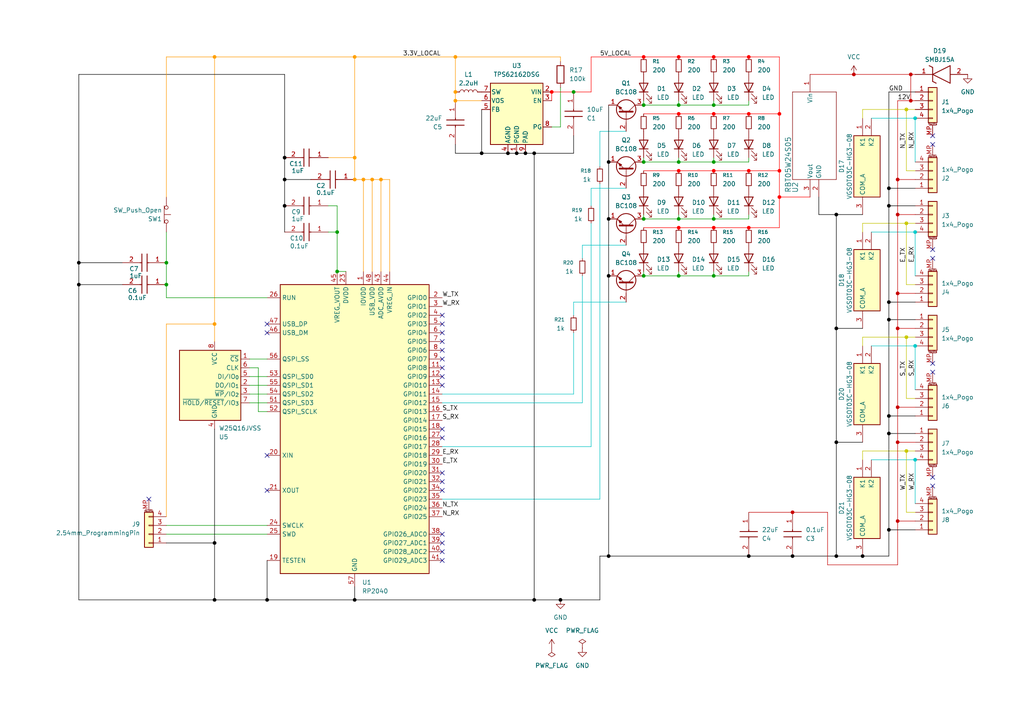
<source format=kicad_sch>
(kicad_sch (version 20250114) (generator "eeschema") (generator_version "9.0")
  (paper "A4")
  (title_block (date "2025-11-03") (rev "v0.0.1"))
  (junction (at 160.02 26.67) (color 255 0 0 1))
  (junction (at 260.35 85.09) (color 194 0 0 1))
  (junction (at 186.69 30.48))
  (junction (at 262.89 97.79) (color 194 194 0 1))
  (junction (at 102.87 52.07) (color 255 153 0 1))
  (junction (at 62.23 173.99) (color 0 0 0 1))
  (junction (at 132.08 16.51) (color 255 153 0 1))
  (junction (at 132.08 29.21) (color 255 153 0 1))
  (junction (at 262.89 64.77) (color 194 194 0 1))
  (junction (at 229.87 161.29) (color 0 0 0 1))
  (junction (at 162.56 173.99) (color 0 0 0 1))
  (junction (at 217.17 49.53) (color 255 0 0 1))
  (junction (at 207.01 16.51) (color 255 0 0 1))
  (junction (at 166.37 26.67))
  (junction (at 176.53 161.29) (color 0 0 0 1))
  (junction (at 207.01 66.04) (color 255 0 0 1))
  (junction (at 265.43 100.33) (color 0 194 194 1))
  (junction (at 154.94 44.45) (color 0 0 0 1))
  (junction (at 48.26 82.55))
  (junction (at 242.57 128.27) (color 0 0 0 1))
  (junction (at 217.17 66.04) (color 255 0 0 1))
  (junction (at 257.81 59.69) (color 0 0 0 1))
  (junction (at 207.01 63.5))
  (junction (at 217.17 16.51) (color 255 0 0 1))
  (junction (at 82.55 59.69) (color 0 0 0 1))
  (junction (at 147.32 44.45) (color 0 0 0 1))
  (junction (at 257.81 92.71) (color 0 0 0 1))
  (junction (at 260.35 128.27) (color 194 0 0 1))
  (junction (at 82.55 52.07) (color 0 0 0 1))
  (junction (at 22.86 76.2) (color 0 0 0 1))
  (junction (at 250.19 161.29) (color 0 0 0 1))
  (junction (at 207.01 33.02) (color 255 0 0 1))
  (junction (at 196.85 66.04) (color 255 0 0 1))
  (junction (at 260.35 52.07) (color 194 0 0 1))
  (junction (at 217.17 161.29) (color 0 0 0 1))
  (junction (at 82.55 45.72) (color 0 0 0 1))
  (junction (at 260.35 62.23) (color 194 0 0 1))
  (junction (at 265.43 133.35) (color 0 194 194 1))
  (junction (at 186.69 16.51) (color 255 0 0 1))
  (junction (at 196.85 16.51) (color 255 0 0 1))
  (junction (at 260.35 151.13) (color 194 0 0 1))
  (junction (at 107.95 52.07) (color 255 153 0 1))
  (junction (at 62.23 16.51) (color 255 153 0 1))
  (junction (at 242.57 62.23) (color 0 0 0 1))
  (junction (at 176.53 63.5) (color 0 0 0 1))
  (junction (at 176.53 46.99) (color 0 0 0 1))
  (junction (at 260.35 118.11) (color 194 0 0 1))
  (junction (at 132.08 26.67) (color 255 153 0 1))
  (junction (at 257.81 125.73) (color 0 0 0 1))
  (junction (at 257.81 87.63) (color 0 0 0 1))
  (junction (at 62.23 93.98) (color 255 153 0 1))
  (junction (at 196.85 80.01))
  (junction (at 262.89 31.75) (color 194 194 0 1))
  (junction (at 207.01 46.99))
  (junction (at 247.65 21.59) (color 194 0 0 1))
  (junction (at 186.69 63.5))
  (junction (at 265.43 67.31) (color 0 194 194 1))
  (junction (at 196.85 46.99))
  (junction (at 207.01 80.01))
  (junction (at 229.87 148.59) (color 194 0 0 1))
  (junction (at 265.43 34.29) (color 0 194 194 1))
  (junction (at 77.47 173.99) (color 0 0 0 1))
  (junction (at 242.57 161.29) (color 0 0 0 1))
  (junction (at 226.06 57.15) (color 255 0 0 1))
  (junction (at 176.53 80.01) (color 0 0 0 1))
  (junction (at 154.94 173.99) (color 0 0 0 1))
  (junction (at 207.01 30.48))
  (junction (at 242.57 95.25) (color 0 0 0 1))
  (junction (at 102.87 16.51) (color 255 153 0 1))
  (junction (at 262.89 130.81) (color 194 194 0 1))
  (junction (at 105.41 52.07) (color 255 153 0 1))
  (junction (at 102.87 45.72) (color 255 153 0 1))
  (junction (at 264.16 21.59) (color 194 0 0 1))
  (junction (at 196.85 49.53) (color 255 0 0 1))
  (junction (at 102.87 173.99) (color 0 0 0 1))
  (junction (at 186.69 46.99))
  (junction (at 257.81 54.61) (color 0 0 0 1))
  (junction (at 257.81 153.67) (color 0 0 0 1))
  (junction (at 226.06 33.02) (color 255 0 0 1))
  (junction (at 257.81 120.65) (color 0 0 0 1))
  (junction (at 196.85 30.48))
  (junction (at 97.79 78.74))
  (junction (at 186.69 80.01))
  (junction (at 97.79 67.31))
  (junction (at 48.26 76.2))
  (junction (at 196.85 33.02) (color 255 0 0 1))
  (junction (at 152.4 44.45) (color 0 0 0 1))
  (junction (at 110.49 52.07) (color 255 153 0 1))
  (junction (at 226.06 49.53) (color 255 0 0 1))
  (junction (at 196.85 63.5))
  (junction (at 139.7 44.45) (color 0 0 0 1))
  (junction (at 264.16 29.21) (color 194 0 0 1))
  (junction (at 149.86 44.45) (color 0 0 0 1))
  (junction (at 22.86 82.55) (color 0 0 0 1))
  (junction (at 207.01 49.53) (color 255 0 0 1))
  (junction (at 62.23 157.48) (color 0 0 0 1))
  (junction (at 260.35 95.25) (color 194 0 0 1))
  (junction (at 217.17 33.02) (color 255 0 0 1))
  (no_connect (at 128.27 109.22))
  (no_connect (at 77.47 142.24))
  (no_connect (at 128.27 93.98))
  (no_connect (at 77.47 132.08))
  (no_connect (at 270.51 107.95))
  (no_connect (at 128.27 139.7))
  (no_connect (at 128.27 99.06))
  (no_connect (at 128.27 101.6))
  (no_connect (at 128.27 111.76))
  (no_connect (at 128.27 154.94))
  (no_connect (at 128.27 137.16))
  (no_connect (at 270.51 72.39))
  (no_connect (at 128.27 96.52))
  (no_connect (at 128.27 127))
  (no_connect (at 128.27 162.56))
  (no_connect (at 128.27 124.46))
  (no_connect (at 128.27 91.44))
  (no_connect (at 270.51 105.41))
  (no_connect (at 43.18 144.78))
  (no_connect (at 128.27 160.02))
  (no_connect (at 270.51 138.43))
  (no_connect (at 77.47 96.52))
  (no_connect (at 270.51 41.91))
  (no_connect (at 270.51 74.93))
  (no_connect (at 270.51 39.37))
  (no_connect (at 77.47 93.98))
  (no_connect (at 128.27 142.24))
  (no_connect (at 128.27 106.68))
  (no_connect (at 270.51 140.97))
  (no_connect (at 128.27 157.48))
  (no_connect (at 128.27 104.14))
  (wire (pts (xy 102.87 16.51) (xy 132.08 16.51)) (stroke (width 0) (color 255 153 0 1)))
  (wire (pts (xy 107.95 52.07) (xy 110.49 52.07)) (stroke (width 0) (color 255 153 0 1)))
  (wire (pts (xy 250.19 31.75) (xy 262.89 31.75)) (stroke (width 0) (color 194 194 0 1)))
  (wire (pts (xy 48.26 149.86) (xy 48.26 93.98)) (stroke (width 0) (color 255 153 0 1)))
  (wire (pts (xy 171.45 64.77) (xy 171.45 129.54)) (stroke (width 0) (color 0 194 194 1)))
  (wire (pts (xy 90.17 52.07) (xy 82.55 52.07)) (stroke (width 0) (color 0 0 0 1)))
  (wire (pts (xy 217.17 63.5) (xy 217.17 62.23)))
  (wire (pts (xy 264.16 21.59) (xy 265.43 21.59)) (stroke (width 0) (color 194 0 0 1)))
  (wire (pts (xy 262.89 49.53) (xy 265.43 49.53)) (stroke (width 0) (color 194 194 0 1)))
  (wire (pts (xy 196.85 46.99) (xy 207.01 46.99)))
  (wire (pts (xy 260.35 85.09) (xy 260.35 95.25)) (stroke (width 0) (color 194 0 0 1)))
  (wire (pts (xy 257.81 92.71) (xy 265.43 92.71)) (stroke (width 0) (color 0 0 0 1)))
  (wire (pts (xy 262.89 130.81) (xy 262.89 148.59)) (stroke (width 0) (color 194 194 0 1)))
  (wire (pts (xy 257.81 87.63) (xy 257.81 92.71)) (stroke (width 0) (color 0 0 0 1)))
  (wire (pts (xy 72.39 104.14) (xy 77.47 104.14)))
  (wire (pts (xy 72.39 116.84) (xy 77.47 116.84)))
  (wire (pts (xy 166.37 39.37) (xy 166.37 44.45)) (stroke (width 0) (color 0 0 0 1)))
  (wire (pts (xy 48.26 93.98) (xy 62.23 93.98)) (stroke (width 0) (color 255 153 0 1)))
  (wire (pts (xy 226.06 49.53) (xy 226.06 57.15)) (stroke (width 0) (color 255 0 0 1)))
  (wire (pts (xy 48.26 82.55) (xy 48.26 86.36)))
  (wire (pts (xy 217.17 49.53) (xy 226.06 49.53)) (stroke (width 0) (color 255 0 0 1)))
  (wire (pts (xy 48.26 76.2) (xy 48.26 82.55)))
  (wire (pts (xy 217.17 80.01) (xy 217.17 78.74)))
  (wire (pts (xy 113.03 52.07) (xy 113.03 78.74)) (stroke (width 0) (color 255 153 0 1)))
  (wire (pts (xy 260.35 85.09) (xy 265.43 85.09)) (stroke (width 0) (color 194 0 0 1)))
  (wire (pts (xy 257.81 120.65) (xy 265.43 120.65)) (stroke (width 0) (color 0 0 0 1)))
  (wire (pts (xy 217.17 66.04) (xy 226.06 66.04)) (stroke (width 0) (color 255 0 0 1)))
  (wire (pts (xy 102.87 45.72) (xy 102.87 52.07)) (stroke (width 0) (color 255 153 0 1)))
  (wire (pts (xy 62.23 93.98) (xy 62.23 99.06)) (stroke (width 0) (color 255 153 0 1)))
  (wire (pts (xy 242.57 161.29) (xy 250.19 161.29)) (stroke (width 0) (color 0 0 0 1)))
  (wire (pts (xy 207.01 29.21) (xy 207.01 30.48)))
  (wire (pts (xy 217.17 161.29) (xy 229.87 161.29)) (stroke (width 0) (color 0 0 0 1)))
  (wire (pts (xy 260.35 118.11) (xy 260.35 128.27)) (stroke (width 0) (color 194 0 0 1)))
  (wire (pts (xy 229.87 161.29) (xy 242.57 161.29)) (stroke (width 0) (color 0 0 0 1)))
  (wire (pts (xy 168.91 71.12) (xy 168.91 74.93)) (stroke (width 0) (color 0 194 194 1)))
  (wire (pts (xy 196.85 29.21) (xy 196.85 30.48)))
  (wire (pts (xy 166.37 87.63) (xy 166.37 91.44)) (stroke (width 0) (color 0 194 194 1)))
  (wire (pts (xy 132.08 44.45) (xy 139.7 44.45)) (stroke (width 0) (color 0 0 0 1)))
  (wire (pts (xy 196.85 66.04) (xy 207.01 66.04)) (stroke (width 0) (color 255 0 0 1)))
  (wire (pts (xy 22.86 82.55) (xy 35.56 82.55)) (stroke (width 0) (color 0 0 0 1)))
  (wire (pts (xy 234.95 21.59) (xy 247.65 21.59)) (stroke (width 0) (color 194 0 0 1)))
  (wire (pts (xy 260.35 118.11) (xy 265.43 118.11)) (stroke (width 0) (color 194 0 0 1)))
  (wire (pts (xy 74.93 106.68) (xy 74.93 119.38)))
  (wire (pts (xy 97.79 67.31) (xy 97.79 78.74)))
  (wire (pts (xy 48.26 67.31) (xy 48.26 76.2)))
  (wire (pts (xy 265.43 34.29) (xy 265.43 46.99)) (stroke (width 0) (color 0 194 194 1)))
  (wire (pts (xy 207.01 46.99) (xy 217.17 46.99)))
  (wire (pts (xy 173.99 38.1) (xy 173.99 48.26)) (stroke (width 0) (color 0 194 194 1)))
  (wire (pts (xy 128.27 114.3) (xy 166.37 114.3)) (stroke (width 0) (color 0 194 194 1)))
  (wire (pts (xy 207.01 62.23) (xy 207.01 63.5)))
  (wire (pts (xy 97.79 78.74) (xy 100.33 78.74)))
  (wire (pts (xy 257.81 59.69) (xy 265.43 59.69)) (stroke (width 0) (color 0 0 0 1)))
  (wire (pts (xy 95.25 45.72) (xy 102.87 45.72)) (stroke (width 0) (color 255 153 0 1)))
  (wire (pts (xy 262.89 130.81) (xy 265.43 130.81)) (stroke (width 0) (color 194 194 0 1)))
  (wire (pts (xy 260.35 163.83) (xy 260.35 151.13)) (stroke (width 0) (color 194 0 0 1)))
  (wire (pts (xy 217.17 16.51) (xy 226.06 16.51)) (stroke (width 0) (color 255 0 0 1)))
  (wire (pts (xy 265.43 97.79) (xy 262.89 97.79)) (stroke (width 0) (color 194 194 0 1)))
  (wire (pts (xy 48.26 154.94) (xy 77.47 154.94)))
  (wire (pts (xy 260.35 62.23) (xy 260.35 85.09)) (stroke (width 0) (color 194 0 0 1)))
  (wire (pts (xy 257.81 26.67) (xy 257.81 54.61)) (stroke (width 0) (color 0 0 0 1)))
  (wire (pts (xy 171.45 16.51) (xy 171.45 26.67)) (stroke (width 0) (color 255 0 0 1)))
  (wire (pts (xy 22.86 173.99) (xy 22.86 82.55)) (stroke (width 0) (color 0 0 0 1)))
  (wire (pts (xy 250.19 133.35) (xy 250.19 130.81)) (stroke (width 0) (color 194 194 0 1)))
  (wire (pts (xy 265.43 31.75) (xy 262.89 31.75)) (stroke (width 0) (color 194 194 0 1)))
  (wire (pts (xy 226.06 16.51) (xy 226.06 33.02)) (stroke (width 0) (color 255 0 0 1)))
  (wire (pts (xy 265.43 100.33) (xy 265.43 113.03)) (stroke (width 0) (color 0 194 194 1)))
  (wire (pts (xy 173.99 161.29) (xy 176.53 161.29)) (stroke (width 0) (color 0 0 0 1)))
  (wire (pts (xy 217.17 30.48) (xy 217.17 29.21)))
  (wire (pts (xy 162.56 36.83) (xy 160.02 36.83)))
  (wire (pts (xy 217.17 46.99) (xy 217.17 45.72)))
  (wire (pts (xy 257.81 92.71) (xy 257.81 120.65)) (stroke (width 0) (color 0 0 0 1)))
  (wire (pts (xy 237.49 57.15) (xy 237.49 62.23)) (stroke (width 0) (color 0 0 0 1)))
  (wire (pts (xy 132.08 29.21) (xy 139.7 29.21)) (stroke (width 0) (color 255 153 0 1)))
  (wire (pts (xy 107.95 52.07) (xy 107.95 78.74)) (stroke (width 0) (color 255 153 0 1)))
  (wire (pts (xy 166.37 26.67) (xy 171.45 26.67)) (stroke (width 0) (color 255 0 0 1)))
  (wire (pts (xy 257.81 59.69) (xy 257.81 87.63)) (stroke (width 0) (color 0 0 0 1)))
  (wire (pts (xy 62.23 173.99) (xy 77.47 173.99)) (stroke (width 0) (color 0 0 0 1)))
  (wire (pts (xy 173.99 173.99) (xy 173.99 161.29)) (stroke (width 0) (color 0 0 0 1)))
  (wire (pts (xy 257.81 125.73) (xy 257.81 153.67)) (stroke (width 0) (color 0 0 0 1)))
  (wire (pts (xy 250.19 161.29) (xy 257.81 161.29)) (stroke (width 0) (color 0 0 0 1)))
  (wire (pts (xy 62.23 157.48) (xy 62.23 173.99)) (stroke (width 0) (color 0 0 0 1)))
  (wire (pts (xy 262.89 148.59) (xy 265.43 148.59)) (stroke (width 0) (color 194 194 0 1)))
  (wire (pts (xy 265.43 29.21) (xy 264.16 29.21)) (stroke (width 0) (color 194 0 0 1)))
  (wire (pts (xy 242.57 128.27) (xy 250.19 128.27)) (stroke (width 0) (color 0 0 0 1)))
  (wire (pts (xy 176.53 46.99) (xy 176.53 63.5)) (stroke (width 0) (color 0 0 0 1)))
  (wire (pts (xy 196.85 49.53) (xy 207.01 49.53)) (stroke (width 0) (color 255 0 0 1)))
  (wire (pts (xy 82.55 45.72) (xy 82.55 52.07)) (stroke (width 0) (color 0 0 0 1)))
  (wire (pts (xy 265.43 133.35) (xy 265.43 146.05)) (stroke (width 0) (color 0 194 194 1)))
  (wire (pts (xy 176.53 63.5) (xy 176.53 80.01)) (stroke (width 0) (color 0 0 0 1)))
  (wire (pts (xy 176.53 30.48) (xy 176.53 46.99)) (stroke (width 0) (color 0 0 0 1)))
  (wire (pts (xy 257.81 87.63) (xy 265.43 87.63)) (stroke (width 0) (color 0 0 0 1)))
  (wire (pts (xy 128.27 116.84) (xy 168.91 116.84)) (stroke (width 0) (color 0 194 194 1)))
  (wire (pts (xy 22.86 76.2) (xy 22.86 21.59)) (stroke (width 0) (color 0 0 0 1)))
  (wire (pts (xy 48.26 86.36) (xy 77.47 86.36)))
  (wire (pts (xy 95.25 59.69) (xy 97.79 59.69)))
  (wire (pts (xy 217.17 33.02) (xy 226.06 33.02)) (stroke (width 0) (color 255 0 0 1)))
  (wire (pts (xy 171.45 16.51) (xy 186.69 16.51)) (stroke (width 0) (color 255 0 0 1)))
  (wire (pts (xy 207.01 16.51) (xy 217.17 16.51)) (stroke (width 0) (color 255 0 0 1)))
  (wire (pts (xy 186.69 46.99) (xy 196.85 46.99)))
  (wire (pts (xy 250.19 97.79) (xy 262.89 97.79)) (stroke (width 0) (color 194 194 0 1)))
  (wire (pts (xy 186.69 49.53) (xy 196.85 49.53)) (stroke (width 0) (color 255 0 0 1)))
  (wire (pts (xy 186.69 45.72) (xy 186.69 46.99)))
  (wire (pts (xy 62.23 124.46) (xy 62.23 157.48)) (stroke (width 0) (color 0 0 0 1)))
  (wire (pts (xy 139.7 44.45) (xy 147.32 44.45)) (stroke (width 0) (color 0 0 0 1)))
  (wire (pts (xy 149.86 44.45) (xy 152.4 44.45)) (stroke (width 0) (color 0 0 0 1)))
  (wire (pts (xy 95.25 67.31) (xy 97.79 67.31)))
  (wire (pts (xy 22.86 76.2) (xy 35.56 76.2)) (stroke (width 0) (color 0 0 0 1)))
  (wire (pts (xy 139.7 31.75) (xy 139.7 44.45)) (stroke (width 0) (color 0 0 0 1)))
  (wire (pts (xy 264.16 21.59) (xy 264.16 29.21)) (stroke (width 0) (color 194 0 0 1)))
  (wire (pts (xy 110.49 52.07) (xy 113.03 52.07)) (stroke (width 0) (color 255 153 0 1)))
  (wire (pts (xy 162.56 16.51) (xy 162.56 17.78)) (stroke (width 0) (color 255 153 0 1)))
  (wire (pts (xy 252.73 67.31) (xy 265.43 67.31)) (stroke (width 0) (color 0 194 194 1)))
  (wire (pts (xy 207.01 63.5) (xy 217.17 63.5)))
  (wire (pts (xy 166.37 87.63) (xy 181.61 87.63)) (stroke (width 0) (color 0 194 194 1)))
  (wire (pts (xy 82.55 59.69) (xy 82.55 52.07)) (stroke (width 0) (color 0 0 0 1)))
  (wire (pts (xy 262.89 97.79) (xy 262.89 115.57)) (stroke (width 0) (color 194 194 0 1)))
  (wire (pts (xy 186.69 30.48) (xy 196.85 30.48)))
  (wire (pts (xy 166.37 96.52) (xy 166.37 114.3)) (stroke (width 0) (color 0 194 194 1)))
  (wire (pts (xy 196.85 16.51) (xy 207.01 16.51)) (stroke (width 0) (color 255 0 0 1)))
  (wire (pts (xy 176.53 80.01) (xy 176.53 161.29)) (stroke (width 0) (color 0 0 0 1)))
  (wire (pts (xy 196.85 30.48) (xy 207.01 30.48)))
  (wire (pts (xy 250.19 34.29) (xy 250.19 31.75)) (stroke (width 0) (color 194 194 0 1)))
  (wire (pts (xy 260.35 95.25) (xy 265.43 95.25)) (stroke (width 0) (color 194 0 0 1)))
  (wire (pts (xy 186.69 29.21) (xy 186.69 30.48)))
  (wire (pts (xy 262.89 64.77) (xy 262.89 82.55)) (stroke (width 0) (color 194 194 0 1)))
  (wire (pts (xy 186.69 66.04) (xy 196.85 66.04)) (stroke (width 0) (color 255 0 0 1)))
  (wire (pts (xy 154.94 44.45) (xy 166.37 44.45)) (stroke (width 0) (color 0 0 0 1)))
  (wire (pts (xy 257.81 54.61) (xy 265.43 54.61)) (stroke (width 0) (color 0 0 0 1)))
  (wire (pts (xy 72.39 114.3) (xy 77.47 114.3)))
  (wire (pts (xy 132.08 29.21) (xy 132.08 26.67)) (stroke (width 0) (color 255 153 0 1)))
  (wire (pts (xy 260.35 128.27) (xy 260.35 151.13)) (stroke (width 0) (color 194 0 0 1)))
  (wire (pts (xy 260.35 128.27) (xy 265.43 128.27)) (stroke (width 0) (color 194 0 0 1)))
  (wire (pts (xy 196.85 78.74) (xy 196.85 80.01)))
  (wire (pts (xy 226.06 57.15) (xy 226.06 66.04)) (stroke (width 0) (color 255 0 0 1)))
  (wire (pts (xy 207.01 33.02) (xy 217.17 33.02)) (stroke (width 0) (color 255 0 0 1)))
  (wire (pts (xy 260.35 52.07) (xy 260.35 62.23)) (stroke (width 0) (color 194 0 0 1)))
  (wire (pts (xy 257.81 120.65) (xy 257.81 125.73)) (stroke (width 0) (color 0 0 0 1)))
  (wire (pts (xy 247.65 21.59) (xy 264.16 21.59)) (stroke (width 0) (color 194 0 0 1)))
  (wire (pts (xy 72.39 111.76) (xy 77.47 111.76)))
  (wire (pts (xy 176.53 161.29) (xy 217.17 161.29)) (stroke (width 0) (color 0 0 0 1)))
  (wire (pts (xy 48.26 16.51) (xy 62.23 16.51)) (stroke (width 0) (color 255 153 0 1)))
  (wire (pts (xy 207.01 30.48) (xy 217.17 30.48)))
  (wire (pts (xy 207.01 49.53) (xy 217.17 49.53)) (stroke (width 0) (color 255 0 0 1)))
  (wire (pts (xy 48.26 152.4) (xy 77.47 152.4)))
  (wire (pts (xy 207.01 80.01) (xy 217.17 80.01)))
  (wire (pts (xy 242.57 62.23) (xy 250.19 62.23)) (stroke (width 0) (color 0 0 0 1)))
  (wire (pts (xy 186.69 78.74) (xy 186.69 80.01)))
  (wire (pts (xy 110.49 52.07) (xy 110.49 78.74)) (stroke (width 0) (color 255 153 0 1)))
  (wire (pts (xy 186.69 33.02) (xy 196.85 33.02)) (stroke (width 0) (color 255 0 0 1)))
  (wire (pts (xy 105.41 52.07) (xy 107.95 52.07)) (stroke (width 0) (color 255 153 0 1)))
  (wire (pts (xy 154.94 173.99) (xy 162.56 173.99)) (stroke (width 0) (color 0 0 0 1)))
  (wire (pts (xy 128.27 129.54) (xy 171.45 129.54)) (stroke (width 0) (color 0 194 194 1)))
  (wire (pts (xy 265.43 64.77) (xy 262.89 64.77)) (stroke (width 0) (color 194 194 0 1)))
  (wire (pts (xy 196.85 45.72) (xy 196.85 46.99)))
  (wire (pts (xy 72.39 109.22) (xy 77.47 109.22)))
  (wire (pts (xy 102.87 173.99) (xy 154.94 173.99)) (stroke (width 0) (color 0 0 0 1)))
  (wire (pts (xy 242.57 95.25) (xy 242.57 128.27)) (stroke (width 0) (color 0 0 0 1)))
  (wire (pts (xy 154.94 44.45) (xy 154.94 173.99)) (stroke (width 0) (color 0 0 0 1)))
  (wire (pts (xy 82.55 59.69) (xy 82.55 67.31)) (stroke (width 0) (color 0 0 0 1)))
  (wire (pts (xy 260.35 95.25) (xy 260.35 118.11)) (stroke (width 0) (color 194 0 0 1)))
  (wire (pts (xy 186.69 16.51) (xy 196.85 16.51)) (stroke (width 0) (color 255 0 0 1)))
  (wire (pts (xy 262.89 115.57) (xy 265.43 115.57)) (stroke (width 0) (color 194 194 0 1)))
  (wire (pts (xy 62.23 16.51) (xy 102.87 16.51)) (stroke (width 0) (color 255 153 0 1)))
  (wire (pts (xy 132.08 16.51) (xy 132.08 26.67)) (stroke (width 0) (color 255 153 0 1)))
  (wire (pts (xy 97.79 67.31) (xy 97.79 59.69)))
  (wire (pts (xy 262.89 31.75) (xy 262.89 49.53)) (stroke (width 0) (color 194 194 0 1)))
  (wire (pts (xy 260.35 151.13) (xy 265.43 151.13)) (stroke (width 0) (color 194 0 0 1)))
  (wire (pts (xy 252.73 34.29) (xy 265.43 34.29)) (stroke (width 0) (color 0 194 194 1)))
  (wire (pts (xy 160.02 26.67) (xy 160.02 29.21)) (stroke (width 0) (color 255 0 0 1)))
  (wire (pts (xy 260.35 52.07) (xy 265.43 52.07)) (stroke (width 0) (color 194 0 0 1)))
  (wire (pts (xy 257.81 125.73) (xy 265.43 125.73)) (stroke (width 0) (color 0 0 0 1)))
  (wire (pts (xy 196.85 33.02) (xy 207.01 33.02)) (stroke (width 0) (color 255 0 0 1)))
  (wire (pts (xy 250.19 100.33) (xy 250.19 97.79)) (stroke (width 0) (color 194 194 0 1)))
  (wire (pts (xy 152.4 44.45) (xy 154.94 44.45)) (stroke (width 0) (color 0 0 0 1)))
  (wire (pts (xy 132.08 16.51) (xy 162.56 16.51)) (stroke (width 0) (color 255 153 0 1)))
  (wire (pts (xy 252.73 133.35) (xy 265.43 133.35)) (stroke (width 0) (color 0 194 194 1)))
  (wire (pts (xy 240.03 163.83) (xy 260.35 163.83)) (stroke (width 0) (color 194 0 0 1)))
  (wire (pts (xy 250.19 130.81) (xy 262.89 130.81)) (stroke (width 0) (color 194 194 0 1)))
  (wire (pts (xy 250.19 64.77) (xy 262.89 64.77)) (stroke (width 0) (color 194 194 0 1)))
  (wire (pts (xy 257.81 54.61) (xy 257.81 59.69)) (stroke (width 0) (color 0 0 0 1)))
  (wire (pts (xy 262.89 82.55) (xy 265.43 82.55)) (stroke (width 0) (color 194 194 0 1)))
  (wire (pts (xy 250.19 67.31) (xy 250.19 64.77)) (stroke (width 0) (color 194 194 0 1)))
  (wire (pts (xy 265.43 67.31) (xy 265.43 80.01)) (stroke (width 0) (color 0 194 194 1)))
  (wire (pts (xy 132.08 41.91) (xy 132.08 44.45)) (stroke (width 0) (color 0 0 0 1)))
  (wire (pts (xy 252.73 100.33) (xy 265.43 100.33)) (stroke (width 0) (color 0 194 194 1)))
  (wire (pts (xy 186.69 80.01) (xy 196.85 80.01)))
  (wire (pts (xy 74.93 119.38) (xy 77.47 119.38)))
  (wire (pts (xy 229.87 148.59) (xy 240.03 148.59)) (stroke (width 0) (color 194 0 0 1)))
  (wire (pts (xy 168.91 80.01) (xy 168.91 116.84)) (stroke (width 0) (color 0 194 194 1)))
  (wire (pts (xy 173.99 144.78) (xy 128.27 144.78)) (stroke (width 0) (color 0 194 194 1)))
  (wire (pts (xy 260.35 62.23) (xy 265.43 62.23)) (stroke (width 0) (color 194 0 0 1)))
  (wire (pts (xy 207.01 78.74) (xy 207.01 80.01)))
  (wire (pts (xy 102.87 52.07) (xy 105.41 52.07)) (stroke (width 0) (color 255 153 0 1)))
  (wire (pts (xy 207.01 45.72) (xy 207.01 46.99)))
  (wire (pts (xy 186.69 63.5) (xy 196.85 63.5)))
  (wire (pts (xy 226.06 57.15) (xy 234.95 57.15)) (stroke (width 0) (color 255 0 0 1)))
  (wire (pts (xy 196.85 80.01) (xy 207.01 80.01)))
  (wire (pts (xy 264.16 29.21) (xy 260.35 29.21)) (stroke (width 0) (color 194 0 0 1)))
  (wire (pts (xy 237.49 62.23) (xy 242.57 62.23)) (stroke (width 0) (color 0 0 0 1)))
  (wire (pts (xy 171.45 54.61) (xy 181.61 54.61)) (stroke (width 0) (color 0 194 194 1)))
  (wire (pts (xy 102.87 170.18) (xy 102.87 173.99)) (stroke (width 0) (color 0 0 0 1)))
  (wire (pts (xy 240.03 163.83) (xy 240.03 148.59)) (stroke (width 0) (color 194 0 0 1)))
  (wire (pts (xy 22.86 21.59) (xy 82.55 21.59)) (stroke (width 0) (color 0 0 0 1)))
  (wire (pts (xy 257.81 26.67) (xy 265.43 26.67)) (stroke (width 0) (color 0 0 0 1)))
  (wire (pts (xy 257.81 153.67) (xy 265.43 153.67)) (stroke (width 0) (color 0 0 0 1)))
  (wire (pts (xy 48.26 16.51) (xy 48.26 57.15)) (stroke (width 0) (color 255 153 0 1)))
  (wire (pts (xy 207.01 66.04) (xy 217.17 66.04)) (stroke (width 0) (color 255 0 0 1)))
  (wire (pts (xy 162.56 173.99) (xy 173.99 173.99)) (stroke (width 0) (color 0 0 0 1)))
  (wire (pts (xy 226.06 33.02) (xy 226.06 49.53)) (stroke (width 0) (color 255 0 0 1)))
  (wire (pts (xy 82.55 21.59) (xy 82.55 45.72)) (stroke (width 0) (color 0 0 0 1)))
  (wire (pts (xy 168.91 71.12) (xy 181.61 71.12)) (stroke (width 0) (color 0 194 194 1)))
  (wire (pts (xy 242.57 62.23) (xy 242.57 95.25)) (stroke (width 0) (color 0 0 0 1)))
  (wire (pts (xy 22.86 82.55) (xy 22.86 76.2)) (stroke (width 0) (color 0 0 0 1)))
  (wire (pts (xy 62.23 16.51) (xy 62.23 93.98)) (stroke (width 0) (color 255 153 0 1)))
  (wire (pts (xy 160.02 26.67) (xy 166.37 26.67)) (stroke (width 0) (color 255 0 0 1)))
  (wire (pts (xy 196.85 63.5) (xy 207.01 63.5)))
  (wire (pts (xy 171.45 59.69) (xy 171.45 54.61)) (stroke (width 0) (color 0 194 194 1)))
  (wire (pts (xy 72.39 106.68) (xy 74.93 106.68)))
  (wire (pts (xy 242.57 128.27) (xy 242.57 161.29)) (stroke (width 0) (color 0 0 0 1)))
  (wire (pts (xy 217.17 148.59) (xy 229.87 148.59)) (stroke (width 0) (color 194 0 0 1)))
  (wire (pts (xy 162.56 25.4) (xy 162.56 36.83)))
  (wire (pts (xy 77.47 162.56) (xy 77.47 173.99)) (stroke (width 0) (color 0 0 0 1)))
  (wire (pts (xy 147.32 44.45) (xy 149.86 44.45)) (stroke (width 0) (color 0 0 0 1)))
  (wire (pts (xy 22.86 173.99) (xy 62.23 173.99)) (stroke (width 0) (color 0 0 0 1)))
  (wire (pts (xy 105.41 52.07) (xy 105.41 78.74)) (stroke (width 0) (color 255 153 0 1)))
  (wire (pts (xy 257.81 161.29) (xy 257.81 153.67)) (stroke (width 0) (color 0 0 0 1)))
  (wire (pts (xy 173.99 38.1) (xy 181.61 38.1)) (stroke (width 0) (color 0 194 194 1)))
  (wire (pts (xy 77.47 173.99) (xy 102.87 173.99)) (stroke (width 0) (color 0 0 0 1)))
  (wire (pts (xy 242.57 95.25) (xy 250.19 95.25)) (stroke (width 0) (color 0 0 0 1)))
  (wire (pts (xy 196.85 62.23) (xy 196.85 63.5)))
  (wire (pts (xy 260.35 29.21) (xy 260.35 52.07)) (stroke (width 0) (color 194 0 0 1)))
  (wire (pts (xy 173.99 53.34) (xy 173.99 144.78)) (stroke (width 0) (color 0 194 194 1)))
  (wire (pts (xy 102.87 16.51) (xy 102.87 45.72)) (stroke (width 0) (color 255 153 0 1)))
  (wire (pts (xy 48.26 157.48) (xy 62.23 157.48)) (stroke (width 0) (color 0 0 0 1)))
  (wire (pts (xy 186.69 62.23) (xy 186.69 63.5)))
  (label "N_TX" (at 262.89 43.18 90))
  (label "E_TX" (at 262.89 76.2 90))
  (label "S_TX" (at 128.27 119.38 0))
  (label "N_RX" (at 128.27 149.86 0))
  (label "W_RX" (at 265.43 142.24 90))
  (label "N_TX" (at 128.27 147.32 0))
  (label "5V_LOCAL" (at 173.99 16.51 0))
  (label "E_RX" (at 128.27 132.08 0))
  (label "3.3V_LOCAL" (at 116.84 16.51 0))
  (label "W_TX" (at 128.27 86.36 0))
  (label "12V" (at 260.35 29.21 0))
  (label "W_TX" (at 262.89 142.24 90))
  (label "W_RX" (at 128.27 88.9 0))
  (label "GND" (at 257.81 26.67 0))
  (label "N_RX" (at 265.43 43.18 90))
  (label "E_TX" (at 128.27 134.62 0))
  (label "S_RX" (at 265.43 109.22 90))
  (label "E_RX" (at 265.43 76.2 90))
  (label "S_TX" (at 262.89 109.22 90))
  (label "S_RX" (at 128.27 121.92 0))
  (symbol (lib_id "Device:R_Small") (at 207.01 35.56 0) (unit 1)
    (property "Reference" "R7" (at 209.55 34.2899 0) (effects (font (size 1.016 1.016)) (justify left)))
    (property "Value" "200" (at 209.55 36.8299 0) (effects (justify left)))
    (property "Footprint" "SamacSys_Parts:CRCW1210200RJNEAIF" (effects (hide yes)))
    (property "Description" "Resistor, small symbol" (effects (hide yes)))
  )
  (symbol (lib_id "Connector_Generic_MountingPin:Conn_01x04_MountingPin") (at 43.18 154.94 180) (unit 1)
    (property "Reference" "J9" (at 40.64 152.0443 0) (effects (justify left)))
    (property "Value" "2.54mm_ProgrammingPin" (at 40.64 154.5843 0) (effects (justify left)))
    (property "Footprint" "Connector_PinSocket_2.54mm:PinSocket_1x04_P2.54mm_Vertical" (effects (hide yes)))
    (property "Description" "Generic connectable mounting pin connector, single row, 01x04, script generated (kicad-library-utils/schlib/autogen/connector/)" (effects (hide yes)))
  )
  (symbol (lib_id "Device:LED") (at 207.01 25.4 90) (unit 1)
    (property "Reference" "D3" (at 210.82 25.7174 90) (effects (justify right)))
    (property "Value" "LED" (at 210.82 28.2574 90) (effects (justify right)))
    (property "Footprint" "SamacSys_Parts:LEDC1608X115N" (effects (hide yes)))
    (property "Description" "Light emitting diode" (effects (hide yes)))
    (property "Sim.Pins" "1=K 2=A" (effects (hide yes)))
  )
  (symbol (lib_id "SamacSys_Parts:SMBJ15A") (at 265.43 21.59 0) (unit 1)
    (property "Reference" "D19" (at 272.542 14.732 0))
    (property "Value" "SMBJ15A" (at 272.542 17.272 0))
    (property "Footprint" "SamacSys_Parts:DIOM5436X244N" (effects (hide yes)))
    (property "Datasheet" "http://www.vishay.com/docs/88392/smbj.pdf" (effects (hide yes)))
    (property "Description" "Unidirectional 600W TVS diode,SMBJ15A" (effects (hide yes)))
    (property "Height" "2.44" (effects (hide yes)))
    (property "Manufacturer_Name" "Vishay" (effects (hide yes)))
    (property "Manufacturer_Part_Number" "SMBJ15A" (effects (hide yes)))
    (property "Mouser Part Number" "78-SMBJ15A" (effects (hide yes)))
    (property "Mouser Price/Stock" "https://www.mouser.co.uk/ProductDetail/Vishay-General-Semiconductor/SMBJ15A?qs=%252BA9HMDDz5KavBY56EO7ceQ%3D%3D" (effects (hide yes)))
  )
  (symbol (lib_id "SamacSys_Parts:C0805F104K1RACAUTO") (at 229.87 148.59 90) (mirror x) (unit 1)
    (property "Reference" "C3" (at 233.68 156.2101 90) (effects (justify right)))
    (property "Value" "0.1uF" (at 233.68 153.6701 90) (effects (justify right)))
    (property "Footprint" "SamacSys_Parts:CAPC2012X140N" (effects (hide yes)))
    (property "Datasheet" "https://content.kemet.com/datasheets/KEM_C1014_X7R_FE-CAP_SMD.pdf" (effects (hide yes)))
    (property "Description" "Multilayer Ceramic Capacitors MLCC - SMD/SMT 100V 0.1uF 10% X7R -55 / +125C AEC-Q200" (effects (hide yes)))
    (property "Height" "1.4" (effects (hide yes)))
    (property "Manufacturer_Name" "KEMET" (effects (hide yes)))
    (property "Manufacturer_Part_Number" "C0805F104K1RACAUTO" (effects (hide yes)))
  )
  (symbol (lib_id "SamacSys_Parts:GRM188C81A226ME01D") (at 217.17 148.59 90) (mirror x) (unit 1)
    (property "Reference" "C4" (at 220.98 156.2101 90) (effects (justify right)))
    (property "Value" "22uF" (at 220.98 153.6701 90) (effects (justify right)))
    (property "Footprint" "SamacSys_Parts:GRM18x" (effects (hide yes)))
    (property "Datasheet" "https://search.murata.co.jp/Ceramy/image/img/A01X/G101/ENG/GRM188C81A226ME01-01A.pdf" (effects (hide yes)))
    (property "Description" "MLCC, 0603" (effects (hide yes)))
    (property "Height" "0.9" (effects (hide yes)))
    (property "Manufacturer_Name" "Murata Electronics" (effects (hide yes)))
    (property "Manufacturer_Part_Number" "GRM188C81A226ME01D" (effects (hide yes)))
  )
  (symbol (lib_id "SamacSys_Parts:GRM033D70E105ME15D") (at 95.25 59.69 0) (mirror y) (unit 1)
    (property "Reference" "C9" (at 85.852 61.468 0))
    (property "Value" "1uF" (at 86.36 63.5 0))
    (property "Footprint" "SamacSys_Parts:CAPC0603X33N" (effects (hide yes)))
    (property "Datasheet" "https://search.murata.co.jp/Ceramy/image/img/A01X/G101/ENG/GRM033D70E105ME15-01A.pdf" (effects (hide yes)))
    (property "Description" "Capacitor GRM03_0.09 L=0.6mm W=0.3mm T=0.3mm" (effects (hide yes)))
    (property "Height" "0.33" (effects (hide yes)))
    (property "Manufacturer_Name" "Murata Electronics" (effects (hide yes)))
    (property "Manufacturer_Part_Number" "GRM033D70E105ME15D" (effects (hide yes)))
    (property "Mouser Part Number" "81-GRM033D70E105ME5D" (effects (hide yes)))
    (property "Mouser Price/Stock" "https://www.mouser.co.uk/ProductDetail/Murata-Electronics/GRM033D70E105ME15D?qs=r5DSvlrkXmLLNF3ZiIF79w%3D%3D" (effects (hide yes)))
  )
  (symbol (lib_id "Device:R_Small") (at 173.99 50.8 0) (unit 1)
    (property "Reference" "R18" (at 171.45 49.5299 0) (effects (font (size 1.016 1.016)) (justify right)))
    (property "Value" "1k" (at 171.45 52.0699 0) (effects (justify right)))
    (property "Footprint" "SamacSys_Parts:ERJ-UP6D1001V" (effects (hide yes)))
    (property "Description" "Resistor, small symbol" (effects (hide yes)))
  )
  (symbol (lib_id "power:GND") (at 168.91 187.96 0) (unit 1)
    (property "Reference" "#PWR03" (effects (hide yes)))
    (property "Value" "GND" (at 168.91 193.04 0))
    (property "Description" "Power symbol creates a global label with name \"GND\" , ground" (effects (hide yes)))
  )
  (symbol (lib_id "Device:R_Small") (at 217.17 52.07 0) (unit 1)
    (property "Reference" "R12" (at 219.71 50.7999 0) (effects (font (size 1.016 1.016)) (justify left)))
    (property "Value" "200" (at 219.71 53.3399 0) (effects (justify left)))
    (property "Footprint" "SamacSys_Parts:CRCW1210200RJNEAIF" (effects (hide yes)))
    (property "Description" "Resistor, small symbol" (effects (hide yes)))
  )
  (symbol (lib_id "Device:LED") (at 196.85 25.4 90) (unit 1)
    (property "Reference" "D2" (at 200.66 25.7174 90) (effects (justify right)))
    (property "Value" "LED" (at 200.66 28.2574 90) (effects (justify right)))
    (property "Footprint" "SamacSys_Parts:LEDC1608X115N" (effects (hide yes)))
    (property "Description" "Light emitting diode" (effects (hide yes)))
    (property "Sim.Pins" "1=K 2=A" (effects (hide yes)))
  )
  (symbol (lib_id "Device:R_Small") (at 217.17 19.05 0) (unit 1)
    (property "Reference" "R4" (at 219.71 17.7799 0) (effects (font (size 1.016 1.016)) (justify left)))
    (property "Value" "200" (at 219.71 20.3199 0) (effects (justify left)))
    (property "Footprint" "SamacSys_Parts:CRCW1210200RJNEAIF" (effects (hide yes)))
    (property "Description" "Resistor, small symbol" (effects (hide yes)))
  )
  (symbol (lib_id "Regulator_Switching:TPS62162DSG") (at 149.86 34.29 0) (mirror y) (unit 1)
    (property "Reference" "U3" (at 149.86 19.05 0))
    (property "Value" "TPS62162DSG" (at 149.86 21.59 0))
    (property "Footprint" "Package_SON:WSON-8-1EP_2x2mm_P0.5mm_EP0.9x1.6mm_ThermalVias" (effects (hide yes)))
    (property "Datasheet" "http://www.ti.com/lit/ds/symlink/tps62160.pdf" (effects (hide yes)))
    (property "Description" "1A Step-Down Converter with DCS-Control, fixed 3.3V output, 3-17V input voltage, WSON-8" (effects (hide yes)))
  )
  (symbol (lib_id "Device:R_Small") (at 207.01 19.05 0) (unit 1)
    (property "Reference" "R3" (at 209.55 17.7799 0) (effects (font (size 1.016 1.016)) (justify left)))
    (property "Value" "200" (at 209.55 20.3199 0) (effects (justify left)))
    (property "Footprint" "SamacSys_Parts:CRCW1210200RJNEAIF" (effects (hide yes)))
    (property "Description" "Resistor, small symbol" (effects (hide yes)))
  )
  (symbol (lib_id "Device:R_Small") (at 196.85 52.07 0) (unit 1)
    (property "Reference" "R10" (at 199.39 50.7999 0) (effects (font (size 1.016 1.016)) (justify left)))
    (property "Value" "200" (at 199.39 53.3399 0) (effects (justify left)))
    (property "Footprint" "SamacSys_Parts:CRCW1210200RJNEAIF" (effects (hide yes)))
    (property "Description" "Resistor, small symbol" (effects (hide yes)))
  )
  (symbol (lib_id "Device:R_Small") (at 171.45 62.23 0) (unit 1)
    (property "Reference" "R19" (at 168.91 60.9599 0) (effects (font (size 1.016 1.016)) (justify right)))
    (property "Value" "1k" (at 168.91 63.4999 0) (effects (justify right)))
    (property "Footprint" "SamacSys_Parts:ERJ-UP6D1001V" (effects (hide yes)))
    (property "Description" "Resistor, small symbol" (effects (hide yes)))
  )
  (symbol (lib_id "Device:R") (at 162.56 21.59 0) (mirror y) (unit 1)
    (property "Reference" "R17" (at 165.1 20.3199 0) (effects (justify right)))
    (property "Value" "100k" (at 165.1 22.8599 0) (effects (justify right)))
    (property "Footprint" "SamacSys_Parts:TNPW0805100KFHEA" (effects (hide yes)))
    (property "Description" "Resistor" (effects (hide yes)))
  )
  (symbol (lib_id "Device:R_Small") (at 196.85 68.58 0) (unit 1)
    (property "Reference" "R14" (at 199.39 67.3099 0) (effects (font (size 1.016 1.016)) (justify left)))
    (property "Value" "200" (at 199.39 69.8499 0) (effects (justify left)))
    (property "Footprint" "SamacSys_Parts:CRCW1210200RJNEAIF" (effects (hide yes)))
    (property "Description" "Resistor, small symbol" (effects (hide yes)))
  )
  (symbol (lib_id "SamacSys_Parts:C0805F104K1RACAUTO") (at 48.26 82.55 0) (mirror y) (unit 1)
    (property "Reference" "C6" (at 37.084 84.328 0) (effects (justify right)))
    (property "Value" "0.1uF" (at 37.084 86.36 0) (effects (justify right)))
    (property "Footprint" "SamacSys_Parts:CAPC2012X140N" (effects (hide yes)))
    (property "Datasheet" "https://content.kemet.com/datasheets/KEM_C1014_X7R_FE-CAP_SMD.pdf" (effects (hide yes)))
    (property "Description" "Multilayer Ceramic Capacitors MLCC - SMD/SMT 100V 0.1uF 10% X7R -55 / +125C AEC-Q200" (effects (hide yes)))
    (property "Height" "1.4" (effects (hide yes)))
    (property "Manufacturer_Name" "KEMET" (effects (hide yes)))
    (property "Manufacturer_Part_Number" "C0805F104K1RACAUTO" (effects (hide yes)))
  )
  (symbol (lib_id "Device:LED") (at 196.85 41.91 90) (unit 1)
    (property "Reference" "D6" (at 200.66 42.2274 90) (effects (justify right)))
    (property "Value" "LED" (at 200.66 44.7674 90) (effects (justify right)))
    (property "Footprint" "SamacSys_Parts:LEDC1608X115N" (effects (hide yes)))
    (property "Description" "Light emitting diode" (effects (hide yes)))
    (property "Sim.Pins" "1=K 2=A" (effects (hide yes)))
  )
  (symbol (lib_id "Device:LED") (at 186.69 41.91 90) (unit 1)
    (property "Reference" "D5" (at 190.5 42.2274 90) (effects (justify right)))
    (property "Value" "LED" (at 190.5 44.7674 90) (effects (justify right)))
    (property "Footprint" "SamacSys_Parts:LEDC1608X115N" (effects (hide yes)))
    (property "Description" "Light emitting diode" (effects (hide yes)))
    (property "Sim.Pins" "1=K 2=A" (effects (hide yes)))
  )
  (symbol (lib_id "Connector_Generic_MountingPin:Conn_01x04_MountingPin") (at 270.51 151.13 0) (mirror x) (unit 1)
    (property "Reference" "J8" (at 273.05 150.7745 0) (effects (justify left)))
    (property "Value" "1x4_Pogo" (at 273.05 148.2345 0) (effects (justify left)))
    (property "Footprint" "Connector_PinSocket_2.54mm:PinSocket_1x04_P2.54mm_Vertical" (effects (hide yes)))
    (property "Description" "Generic connectable mounting pin connector, single row, 01x04, script generated (kicad-library-utils/schlib/autogen/connector/)" (effects (hide yes)))
  )
  (symbol (lib_id "Device:LED") (at 207.01 74.93 90) (unit 1)
    (property "Reference" "D15" (at 210.82 75.2474 90) (effects (justify right)))
    (property "Value" "LED" (at 210.82 77.7874 90) (effects (justify right)))
    (property "Footprint" "SamacSys_Parts:LEDC1608X115N" (effects (hide yes)))
    (property "Description" "Light emitting diode" (effects (hide yes)))
    (property "Sim.Pins" "1=K 2=A" (effects (hide yes)))
  )
  (symbol (lib_id "Device:R_Small") (at 217.17 35.56 0) (unit 1)
    (property "Reference" "R8" (at 219.71 34.2899 0) (effects (font (size 1.016 1.016)) (justify left)))
    (property "Value" "200" (at 219.71 36.8299 0) (effects (justify left)))
    (property "Footprint" "SamacSys_Parts:CRCW1210200RJNEAIF" (effects (hide yes)))
    (property "Description" "Resistor, small symbol" (effects (hide yes)))
  )
  (symbol (lib_id "Connector_Generic_MountingPin:Conn_01x04_MountingPin") (at 270.51 95.25 0) (unit 1)
    (property "Reference" "J5" (at 273.05 95.6055 0) (effects (justify left)))
    (property "Value" "1x4_Pogo" (at 273.05 98.1455 0) (effects (justify left)))
    (property "Footprint" "Connector_PinSocket_2.54mm:PinSocket_1x04_P2.54mm_Vertical" (effects (hide yes)))
    (property "Description" "Generic connectable mounting pin connector, single row, 01x04, script generated (kicad-library-utils/schlib/autogen/connector/)" (effects (hide yes)))
  )
  (symbol (lib_id "Device:LED") (at 186.69 25.4 90) (unit 1)
    (property "Reference" "D1" (at 190.5 25.7174 90) (effects (justify right)))
    (property "Value" "LED" (at 190.5 28.2574 90) (effects (justify right)))
    (property "Footprint" "SamacSys_Parts:LEDC1608X115N" (effects (hide yes)))
    (property "Description" "Light emitting diode" (effects (hide yes)))
    (property "Sim.Pins" "1=K 2=A" (effects (hide yes)))
  )
  (symbol (lib_id "Device:LED") (at 207.01 41.91 90) (unit 1)
    (property "Reference" "D7" (at 210.82 42.2274 90) (effects (justify right)))
    (property "Value" "LED" (at 210.82 44.7674 90) (effects (justify right)))
    (property "Footprint" "SamacSys_Parts:LEDC1608X115N" (effects (hide yes)))
    (property "Description" "Light emitting diode" (effects (hide yes)))
    (property "Sim.Pins" "1=K 2=A" (effects (hide yes)))
  )
  (symbol (lib_id "Device:LED") (at 217.17 25.4 90) (unit 1)
    (property "Reference" "D4" (at 220.98 25.7174 90) (effects (justify right)))
    (property "Value" "LED" (at 220.98 28.2574 90) (effects (justify right)))
    (property "Footprint" "SamacSys_Parts:LEDC1608X115N" (effects (hide yes)))
    (property "Description" "Light emitting diode" (effects (hide yes)))
    (property "Sim.Pins" "1=K 2=A" (effects (hide yes)))
  )
  (symbol (lib_id "power:PWR_FLAG") (at 160.02 187.96 0) (mirror x) (unit 1)
    (property "Reference" "#FLG02" (effects (hide yes)))
    (property "Value" "PWR_FLAG" (at 160.02 193.04 0))
    (property "Description" "Special symbol for telling ERC where power comes from" (effects (hide yes)))
  )
  (symbol (lib_id "Device:R_Small") (at 196.85 35.56 0) (unit 1)
    (property "Reference" "R6" (at 199.39 34.2899 0) (effects (font (size 1.016 1.016)) (justify left)))
    (property "Value" "200" (at 199.39 36.8299 0) (effects (justify left)))
    (property "Footprint" "SamacSys_Parts:CRCW1210200RJNEAIF" (effects (hide yes)))
    (property "Description" "Resistor, small symbol" (effects (hide yes)))
  )
  (symbol (lib_id "Transistor_BJT:BC108") (at 181.61 82.55 270) (mirror x) (unit 1)
    (property "Reference" "Q4" (at 181.61 73.66 90))
    (property "Value" "BC108" (at 181.61 76.2 90))
    (property "Footprint" "Package_TO_SOT_THT:TO-18-3" (effects (hide yes)))
    (property "Datasheet" "http://www.b-kainka.de/Daten/Transistor/BC108.pdf" (effects (hide yes)))
    (property "Description" "0.1A Ic, 30V Vce, Low Noise General Purpose NPN Transistor, TO-18" (effects (hide yes)))
  )
  (symbol (lib_id "Device:LED") (at 186.69 74.93 90) (unit 1)
    (property "Reference" "D13" (at 190.5 75.2474 90) (effects (justify right)))
    (property "Value" "LED" (at 190.5 77.7874 90) (effects (justify right)))
    (property "Footprint" "SamacSys_Parts:LEDC1608X115N" (effects (hide yes)))
    (property "Description" "Light emitting diode" (effects (hide yes)))
    (property "Sim.Pins" "1=K 2=A" (effects (hide yes)))
  )
  (symbol (lib_id "SamacSys_Parts:GRM188C81A226ME01D") (at 132.08 29.21 270) (unit 1)
    (property "Reference" "C5" (at 128.27 36.8301 90) (effects (justify right)))
    (property "Value" "22uF" (at 128.27 34.2901 90) (effects (justify right)))
    (property "Footprint" "SamacSys_Parts:GRM18x" (effects (hide yes)))
    (property "Datasheet" "https://search.murata.co.jp/Ceramy/image/img/A01X/G101/ENG/GRM188C81A226ME01-01A.pdf" (effects (hide yes)))
    (property "Description" "MLCC, 0603" (effects (hide yes)))
    (property "Height" "0.9" (effects (hide yes)))
    (property "Manufacturer_Name" "Murata Electronics" (effects (hide yes)))
    (property "Manufacturer_Part_Number" "GRM188C81A226ME01D" (effects (hide yes)))
  )
  (symbol (lib_id "SamacSys_Parts:GRM155R60J106ME18D") (at 166.37 26.67 90) (mirror x) (unit 1)
    (property "Reference" "C1" (at 170.18 34.2901 90) (effects (justify right)))
    (property "Value" "10uF" (at 170.18 31.7501 90) (effects (justify right)))
    (property "Footprint" "SamacSys_Parts:CAPC1005X70N" (effects (hide yes)))
    (property "Datasheet" "http://www.murata.com/~/media/webrenewal/support/library/catalog/products/capacitor/mlcc/c02e.pdf" (effects (hide yes)))
    (property "Description" "Chip Capacitor value 106" (effects (hide yes)))
    (property "Height" "0.7" (effects (hide yes)))
    (property "Manufacturer_Name" "Murata Electronics" (effects (hide yes)))
    (property "Manufacturer_Part_Number" "GRM155R60J106ME18D" (effects (hide yes)))
  )
  (symbol (lib_id "SamacSys_Parts:VGSOT03C-HG3-08") (at 250.19 133.35 90) (mirror x) (unit 1)
    (property "Reference" "D21" (at 244.094 147.32 0))
    (property "Value" "VGSOT03C-HG3-08" (at 246.38 147.32 0))
    (property "Footprint" "SamacSys_Parts:SOT95P248X115-3N" (effects (hide yes)))
    (property "Datasheet" "https://www.vishay.com/docs/86325/vgsot03c-vgsot36c.pdf" (effects (hide yes)))
    (property "Description" "Two-line unidirectional ESD protection diode  Common anode  Can be used as bidirectional protection diode  ESD immunity acc. IEC 61000-4-2 and ISO 10605 +/- 30 kV contact discharge +/- 30 kV air discharge  ESD capability according to AEC-Q101: human body model: class H3B: > 8 kV  e3 - Sn  AEC-Q101 qualified available" (effects (hide yes)))
    (property "Height" "1.15" (effects (hide yes)))
    (property "Manufacturer_Name" "Vishay" (effects (hide yes)))
    (property "Manufacturer_Part_Number" "VGSOT03C-HG3-08" (effects (hide yes)))
  )
  (symbol (lib_id "SamacSys_Parts:C0805F104K1RACAUTO") (at 95.25 67.31 0) (mirror y) (unit 1)
    (property "Reference" "C10" (at 84.074 69.088 0) (effects (justify right)))
    (property "Value" "0.1uF" (at 84.074 71.374 0) (effects (justify right)))
    (property "Footprint" "SamacSys_Parts:CAPC2012X140N" (effects (hide yes)))
    (property "Datasheet" "https://content.kemet.com/datasheets/KEM_C1014_X7R_FE-CAP_SMD.pdf" (effects (hide yes)))
    (property "Description" "Multilayer Ceramic Capacitors MLCC - SMD/SMT 100V 0.1uF 10% X7R -55 / +125C AEC-Q200" (effects (hide yes)))
    (property "Height" "1.4" (effects (hide yes)))
    (property "Manufacturer_Name" "KEMET" (effects (hide yes)))
    (property "Manufacturer_Part_Number" "C0805F104K1RACAUTO" (effects (hide yes)))
  )
  (symbol (lib_id "Device:LED") (at 186.69 58.42 90) (unit 1)
    (property "Reference" "D9" (at 190.5 58.7374 90) (effects (justify right)))
    (property "Value" "LED" (at 190.5 61.2774 90) (effects (justify right)))
    (property "Footprint" "SamacSys_Parts:LEDC1608X115N" (effects (hide yes)))
    (property "Description" "Light emitting diode" (effects (hide yes)))
    (property "Sim.Pins" "1=K 2=A" (effects (hide yes)))
  )
  (symbol (lib_id "Device:R_Small") (at 168.91 77.47 0) (unit 1)
    (property "Reference" "R20" (at 166.37 76.1999 0) (effects (font (size 1.016 1.016)) (justify right)))
    (property "Value" "1k" (at 166.37 78.7399 0) (effects (justify right)))
    (property "Footprint" "SamacSys_Parts:ERJ-UP6D1001V" (effects (hide yes)))
    (property "Description" "Resistor, small symbol" (effects (hide yes)))
  )
  (symbol (lib_id "Device:LED") (at 217.17 58.42 90) (unit 1)
    (property "Reference" "D12" (at 220.98 58.7374 90) (effects (justify right)))
    (property "Value" "LED" (at 220.98 61.2774 90) (effects (justify right)))
    (property "Footprint" "SamacSys_Parts:LEDC1608X115N" (effects (hide yes)))
    (property "Description" "Light emitting diode" (effects (hide yes)))
    (property "Sim.Pins" "1=K 2=A" (effects (hide yes)))
  )
  (symbol (lib_id "Transistor_BJT:BC108") (at 181.61 49.53 270) (mirror x) (unit 1)
    (property "Reference" "Q2" (at 181.61 40.64 90))
    (property "Value" "BC108" (at 181.61 43.18 90))
    (property "Footprint" "Package_TO_SOT_THT:TO-18-3" (effects (hide yes)))
    (property "Datasheet" "http://www.b-kainka.de/Daten/Transistor/BC108.pdf" (effects (hide yes)))
    (property "Description" "0.1A Ic, 30V Vce, Low Noise General Purpose NPN Transistor, TO-18" (effects (hide yes)))
  )
  (symbol (lib_id "Connector_Generic_MountingPin:Conn_01x04_MountingPin") (at 270.51 85.09 0) (mirror x) (unit 1)
    (property "Reference" "J4" (at 273.05 84.7345 0) (effects (justify left)))
    (property "Value" "1x4_Pogo" (at 273.05 82.1945 0) (effects (justify left)))
    (property "Footprint" "Connector_PinSocket_2.54mm:PinSocket_1x04_P2.54mm_Vertical" (effects (hide yes)))
    (property "Description" "Generic connectable mounting pin connector, single row, 01x04, script generated (kicad-library-utils/schlib/autogen/connector/)" (effects (hide yes)))
  )
  (symbol (lib_id "Device:LED") (at 207.01 58.42 90) (unit 1)
    (property "Reference" "D11" (at 210.82 58.7374 90) (effects (justify right)))
    (property "Value" "LED" (at 210.82 61.2774 90) (effects (justify right)))
    (property "Footprint" "SamacSys_Parts:LEDC1608X115N" (effects (hide yes)))
    (property "Description" "Light emitting diode" (effects (hide yes)))
    (property "Sim.Pins" "1=K 2=A" (effects (hide yes)))
  )
  (symbol (lib_id "Device:LED") (at 196.85 74.93 90) (unit 1)
    (property "Reference" "D14" (at 200.66 75.2474 90) (effects (justify right)))
    (property "Value" "LED" (at 200.66 77.7874 90) (effects (justify right)))
    (property "Footprint" "SamacSys_Parts:LEDC1608X115N" (effects (hide yes)))
    (property "Description" "Light emitting diode" (effects (hide yes)))
    (property "Sim.Pins" "1=K 2=A" (effects (hide yes)))
  )
  (symbol (lib_id "2025-11-06_01-25-23:RBT05W24S05") (at 234.95 19.05 90) (mirror x) (unit 1)
    (property "Reference" "U2" (at 230.632 54.356 0) (effects (font (size 1.524 1.524))))
    (property "Value" "RBT05W24S05" (at 228.6 47.752 0) (effects (font (size 1.524 1.524))))
    (property "Footprint" "SamacSys_Parts:RBT10W24S05_XPP_XPR" (effects (hide yes)))
    (property "Datasheet" "RBT05W24S05" (effects (hide yes)))
  )
  (symbol (lib_id "Device:LED") (at 217.17 74.93 90) (unit 1)
    (property "Reference" "D16" (at 220.98 75.2474 90) (effects (justify right)))
    (property "Value" "LED" (at 220.98 77.7874 90) (effects (justify right)))
    (property "Footprint" "SamacSys_Parts:LEDC1608X115N" (effects (hide yes)))
    (property "Description" "Light emitting diode" (effects (hide yes)))
    (property "Sim.Pins" "1=K 2=A" (effects (hide yes)))
  )
  (symbol (lib_id "Transistor_BJT:BC108") (at 181.61 66.04 270) (mirror x) (unit 1)
    (property "Reference" "Q3" (at 181.61 57.15 90))
    (property "Value" "BC108" (at 181.61 59.69 90))
    (property "Footprint" "Package_TO_SOT_THT:TO-18-3" (effects (hide yes)))
    (property "Datasheet" "http://www.b-kainka.de/Daten/Transistor/BC108.pdf" (effects (hide yes)))
    (property "Description" "0.1A Ic, 30V Vce, Low Noise General Purpose NPN Transistor, TO-18" (effects (hide yes)))
  )
  (symbol (lib_id "SamacSys_Parts:GRM033D70E105ME15D") (at 95.25 45.72 0) (mirror y) (unit 1)
    (property "Reference" "C11" (at 85.852 47.498 0))
    (property "Value" "1uF" (at 86.36 49.53 0))
    (property "Footprint" "SamacSys_Parts:CAPC0603X33N" (effects (hide yes)))
    (property "Datasheet" "https://search.murata.co.jp/Ceramy/image/img/A01X/G101/ENG/GRM033D70E105ME15-01A.pdf" (effects (hide yes)))
    (property "Description" "Capacitor GRM03_0.09 L=0.6mm W=0.3mm T=0.3mm" (effects (hide yes)))
    (property "Height" "0.33" (effects (hide yes)))
    (property "Manufacturer_Name" "Murata Electronics" (effects (hide yes)))
    (property "Manufacturer_Part_Number" "GRM033D70E105ME15D" (effects (hide yes)))
    (property "Mouser Part Number" "81-GRM033D70E105ME5D" (effects (hide yes)))
    (property "Mouser Price/Stock" "https://www.mouser.co.uk/ProductDetail/Murata-Electronics/GRM033D70E105ME15D?qs=r5DSvlrkXmLLNF3ZiIF79w%3D%3D" (effects (hide yes)))
  )
  (symbol (lib_id "power:GND") (at 280.67 21.59 0) (unit 1)
    (property "Reference" "#PWR05" (effects (hide yes)))
    (property "Value" "GND" (at 280.67 26.67 0))
    (property "Description" "Power symbol creates a global label with name \"GND\" , ground" (effects (hide yes)))
  )
  (symbol (lib_id "Device:R_Small") (at 196.85 19.05 0) (unit 1)
    (property "Reference" "R2" (at 199.39 17.7799 0) (effects (font (size 1.016 1.016)) (justify left)))
    (property "Value" "200" (at 199.39 20.3199 0) (effects (justify left)))
    (property "Footprint" "SamacSys_Parts:CRCW1210200RJNEAIF" (effects (hide yes)))
    (property "Description" "Resistor, small symbol" (effects (hide yes)))
  )
  (symbol (lib_id "Memory_Flash:W25Q16JVSS") (at 62.23 111.76 0) (mirror y) (unit 1)
    (property "Reference" "U5" (at 63.5 126.746 0) (effects (justify right)))
    (property "Value" "W25Q16JVSS" (at 63.5 124.206 0) (effects (justify right)))
    (property "Footprint" "Package_SO:SOIC-8_5.3x5.3mm_P1.27mm" (effects (hide yes)))
    (property "Datasheet" "https://www.winbond.com/hq/support/documentation/levelOne.jsp?__locale=en&DocNo=DA00-W25Q16JV.1" (effects (hide yes)))
    (property "Description" "16Mbit / 2MiB Serial Flash Memory, Standard/Dual/Quad SPI, 2.7-3.6V, SOIC-8 (208 mil)" (effects (hide yes)))
  )
  (symbol (lib_id "Transistor_BJT:BC108") (at 181.61 33.02 270) (mirror x) (unit 1)
    (property "Reference" "Q1" (at 181.61 24.13 90))
    (property "Value" "BC108" (at 181.61 26.67 90))
    (property "Footprint" "Package_TO_SOT_THT:TO-18-3" (effects (hide yes)))
    (property "Datasheet" "http://www.b-kainka.de/Daten/Transistor/BC108.pdf" (effects (hide yes)))
    (property "Description" "0.1A Ic, 30V Vce, Low Noise General Purpose NPN Transistor, TO-18" (effects (hide yes)))
  )
  (symbol (lib_id "power:VCC") (at 160.02 187.96 0) (unit 1)
    (property "Reference" "#PWR04" (effects (hide yes)))
    (property "Value" "VCC" (at 160.02 182.88 0))
    (property "Description" "Power symbol creates a global label with name \"VCC\"" (effects (hide yes)))
  )
  (symbol (lib_id "Device:R_Small") (at 186.69 68.58 0) (unit 1)
    (property "Reference" "R13" (at 189.23 67.3099 0) (effects (font (size 1.016 1.016)) (justify left)))
    (property "Value" "200" (at 189.23 69.8499 0) (effects (justify left)))
    (property "Footprint" "SamacSys_Parts:CRCW1210200RJNEAIF" (effects (hide yes)))
    (property "Description" "Resistor, small symbol" (effects (hide yes)))
  )
  (symbol (lib_id "SamacSys_Parts:VGSOT03C-HG3-08") (at 250.19 67.31 90) (mirror x) (unit 1)
    (property "Reference" "D18" (at 244.094 81.28 0))
    (property "Value" "VGSOT03C-HG3-08" (at 246.38 81.28 0))
    (property "Footprint" "SamacSys_Parts:SOT95P248X115-3N" (effects (hide yes)))
    (property "Datasheet" "https://www.vishay.com/docs/86325/vgsot03c-vgsot36c.pdf" (effects (hide yes)))
    (property "Description" "Two-line unidirectional ESD protection diode  Common anode  Can be used as bidirectional protection diode  ESD immunity acc. IEC 61000-4-2 and ISO 10605 +/- 30 kV contact discharge +/- 30 kV air discharge  ESD capability according to AEC-Q101: human body model: class H3B: > 8 kV  e3 - Sn  AEC-Q101 qualified available" (effects (hide yes)))
    (property "Height" "1.15" (effects (hide yes)))
    (property "Manufacturer_Name" "Vishay" (effects (hide yes)))
    (property "Manufacturer_Part_Number" "VGSOT03C-HG3-08" (effects (hide yes)))
  )
  (symbol (lib_id "Device:R_Small") (at 166.37 93.98 0) (unit 1)
    (property "Reference" "R21" (at 163.83 92.7099 0) (effects (font (size 1.016 1.016)) (justify right)))
    (property "Value" "1k" (at 163.83 95.2499 0) (effects (justify right)))
    (property "Footprint" "SamacSys_Parts:ERJ-UP6D1001V" (effects (hide yes)))
    (property "Description" "Resistor, small symbol" (effects (hide yes)))
  )
  (symbol (lib_id "Device:R_Small") (at 186.69 35.56 0) (unit 1)
    (property "Reference" "R5" (at 189.23 34.2899 0) (effects (font (size 1.016 1.016)) (justify left)))
    (property "Value" "200" (at 189.23 36.8299 0) (effects (justify left)))
    (property "Footprint" "SamacSys_Parts:CRCW1210200RJNEAIF" (effects (hide yes)))
    (property "Description" "Resistor, small symbol" (effects (hide yes)))
  )
  (symbol (lib_id "SamacSys_Parts:VGSOT03C-HG3-08") (at 250.19 34.29 90) (mirror x) (unit 1)
    (property "Reference" "D17" (at 244.094 48.26 0))
    (property "Value" "VGSOT03C-HG3-08" (at 246.38 48.26 0))
    (property "Footprint" "SamacSys_Parts:SOT95P248X115-3N" (effects (hide yes)))
    (property "Datasheet" "https://www.vishay.com/docs/86325/vgsot03c-vgsot36c.pdf" (effects (hide yes)))
    (property "Description" "Two-line unidirectional ESD protection diode  Common anode  Can be used as bidirectional protection diode  ESD immunity acc. IEC 61000-4-2 and ISO 10605 +/- 30 kV contact discharge +/- 30 kV air discharge  ESD capability according to AEC-Q101: human body model: class H3B: > 8 kV  e3 - Sn  AEC-Q101 qualified available" (effects (hide yes)))
    (property "Height" "1.15" (effects (hide yes)))
    (property "Manufacturer_Name" "Vishay" (effects (hide yes)))
    (property "Manufacturer_Part_Number" "VGSOT03C-HG3-08" (effects (hide yes)))
  )
  (symbol (lib_id "Connector_Generic_MountingPin:Conn_01x04_MountingPin") (at 270.51 52.07 0) (mirror x) (unit 1)
    (property "Reference" "J2" (at 273.05 51.7145 0) (effects (justify left)))
    (property "Value" "1x4_Pogo" (at 273.05 49.1745 0) (effects (justify left)))
    (property "Footprint" "Connector_PinSocket_2.54mm:PinSocket_1x04_P2.54mm_Vertical" (effects (hide yes)))
    (property "Description" "Generic connectable mounting pin connector, single row, 01x04, script generated (kicad-library-utils/schlib/autogen/connector/)" (effects (hide yes)))
  )
  (symbol (lib_id "Device:LED") (at 217.17 41.91 90) (unit 1)
    (property "Reference" "D8" (at 220.98 42.2274 90) (effects (justify right)))
    (property "Value" "LED" (at 220.98 44.7674 90) (effects (justify right)))
    (property "Footprint" "SamacSys_Parts:LEDC1608X115N" (effects (hide yes)))
    (property "Description" "Light emitting diode" (effects (hide yes)))
    (property "Sim.Pins" "1=K 2=A" (effects (hide yes)))
  )
  (symbol (lib_id "Device:R_Small") (at 207.01 52.07 0) (unit 1)
    (property "Reference" "R11" (at 209.55 50.7999 0) (effects (font (size 1.016 1.016)) (justify left)))
    (property "Value" "200" (at 209.55 53.3399 0) (effects (justify left)))
    (property "Footprint" "SamacSys_Parts:CRCW1210200RJNEAIF" (effects (hide yes)))
    (property "Description" "Resistor, small symbol" (effects (hide yes)))
  )
  (symbol (lib_id "Device:R_Small") (at 186.69 52.07 0) (unit 1)
    (property "Reference" "R9" (at 189.23 50.7999 0) (effects (font (size 1.016 1.016)) (justify left)))
    (property "Value" "200" (at 189.23 53.3399 0) (effects (justify left)))
    (property "Footprint" "SamacSys_Parts:CRCW1210200RJNEAIF" (effects (hide yes)))
    (property "Description" "Resistor, small symbol" (effects (hide yes)))
  )
  (symbol (lib_id "Connector_Generic_MountingPin:Conn_01x04_MountingPin") (at 270.51 29.21 0) (unit 1)
    (property "Reference" "J1" (at 273.05 29.5655 0) (effects (justify left)))
    (property "Value" "1x4_Pogo" (at 273.05 32.1055 0) (effects (justify left)))
    (property "Footprint" "Connector_PinSocket_2.54mm:PinSocket_1x04_P2.54mm_Vertical" (effects (hide yes)))
    (property "Description" "Generic connectable mounting pin connector, single row, 01x04, script generated (kicad-library-utils/schlib/autogen/connector/)" (effects (hide yes)))
  )
  (symbol (lib_id "power:VCC") (at 247.65 21.59 0) (unit 1)
    (property "Reference" "#PWR01" (effects (hide yes)))
    (property "Value" "VCC" (at 247.65 16.51 0))
    (property "Description" "Power symbol creates a global label with name \"VCC\"" (effects (hide yes)))
  )
  (symbol (lib_id "Device:R_Small") (at 207.01 68.58 0) (unit 1)
    (property "Reference" "R15" (at 209.55 67.3099 0) (effects (font (size 1.016 1.016)) (justify left)))
    (property "Value" "200" (at 209.55 69.8499 0) (effects (justify left)))
    (property "Footprint" "SamacSys_Parts:CRCW1210200RJNEAIF" (effects (hide yes)))
    (property "Description" "Resistor, small symbol" (effects (hide yes)))
  )
  (symbol (lib_id "Connector_Generic_MountingPin:Conn_01x04_MountingPin") (at 270.51 62.23 0) (unit 1)
    (property "Reference" "J3" (at 273.05 62.5855 0) (effects (justify left)))
    (property "Value" "1x4_Pogo" (at 273.05 65.1255 0) (effects (justify left)))
    (property "Footprint" "Connector_PinSocket_2.54mm:PinSocket_1x04_P2.54mm_Vertical" (effects (hide yes)))
    (property "Description" "Generic connectable mounting pin connector, single row, 01x04, script generated (kicad-library-utils/schlib/autogen/connector/)" (effects (hide yes)))
  )
  (symbol (lib_id "Device:L") (at 135.89 26.67 90) (unit 1)
    (property "Reference" "L1" (at 135.89 21.59 90))
    (property "Value" "2.2uH" (at 135.89 24.13 90))
    (property "Footprint" "SamacSys_Parts:LCENA2016MKT2R2M0NK" (effects (hide yes)))
    (property "Description" "Inductor" (effects (hide yes)))
  )
  (symbol (lib_id "Connector_Generic_MountingPin:Conn_01x04_MountingPin") (at 270.51 118.11 0) (mirror x) (unit 1)
    (property "Reference" "J6" (at 273.05 117.7545 0) (effects (justify left)))
    (property "Value" "1x4_Pogo" (at 273.05 115.2145 0) (effects (justify left)))
    (property "Footprint" "Connector_PinSocket_2.54mm:PinSocket_1x04_P2.54mm_Vertical" (effects (hide yes)))
    (property "Description" "Generic connectable mounting pin connector, single row, 01x04, script generated (kicad-library-utils/schlib/autogen/connector/)" (effects (hide yes)))
  )
  (symbol (lib_id "power:PWR_FLAG") (at 168.91 187.96 0) (unit 1)
    (property "Reference" "#FLG01" (effects (hide yes)))
    (property "Value" "PWR_FLAG" (at 168.91 182.88 0))
    (property "Description" "Special symbol for telling ERC where power comes from" (effects (hide yes)))
  )
  (symbol (lib_id "MCU_RaspberryPi:RP2040") (at 102.87 124.46 0) (unit 1)
    (property "Reference" "U1" (at 105.0133 168.91 0) (effects (justify left)))
    (property "Value" "RP2040" (at 105.0133 171.45 0) (effects (justify left)))
    (property "Footprint" "Package_DFN_QFN:QFN-56-1EP_7x7mm_P0.4mm_EP3.2x3.2mm" (effects (hide yes)))
    (property "Datasheet" "https://datasheets.raspberrypi.com/rp2040/rp2040-datasheet.pdf" (effects (hide yes)))
    (property "Description" "A microcontroller by Raspberry Pi" (effects (hide yes)))
  )
  (symbol (lib_id "Connector_Generic_MountingPin:Conn_01x04_MountingPin") (at 270.51 128.27 0) (unit 1)
    (property "Reference" "J7" (at 273.05 128.6255 0) (effects (justify left)))
    (property "Value" "1x4_Pogo" (at 273.05 131.1655 0) (effects (justify left)))
    (property "Footprint" "Connector_PinSocket_2.54mm:PinSocket_1x04_P2.54mm_Vertical" (effects (hide yes)))
    (property "Description" "Generic connectable mounting pin connector, single row, 01x04, script generated (kicad-library-utils/schlib/autogen/connector/)" (effects (hide yes)))
  )
  (symbol (lib_id "SamacSys_Parts:C0805F104K1RACAUTO") (at 102.87 52.07 0) (mirror y) (unit 1)
    (property "Reference" "C2" (at 91.694 53.848 0) (effects (justify right)))
    (property "Value" "0.1uF" (at 91.694 55.88 0) (effects (justify right)))
    (property "Footprint" "SamacSys_Parts:CAPC2012X140N" (effects (hide yes)))
    (property "Datasheet" "https://content.kemet.com/datasheets/KEM_C1014_X7R_FE-CAP_SMD.pdf" (effects (hide yes)))
    (property "Description" "Multilayer Ceramic Capacitors MLCC - SMD/SMT 100V 0.1uF 10% X7R -55 / +125C AEC-Q200" (effects (hide yes)))
    (property "Height" "1.4" (effects (hide yes)))
    (property "Manufacturer_Name" "KEMET" (effects (hide yes)))
    (property "Manufacturer_Part_Number" "C0805F104K1RACAUTO" (effects (hide yes)))
  )
  (symbol (lib_id "SamacSys_Parts:VGSOT03C-HG3-08") (at 250.19 100.33 90) (mirror x) (unit 1)
    (property "Reference" "D20" (at 244.094 114.3 0))
    (property "Value" "VGSOT03C-HG3-08" (at 246.38 114.3 0))
    (property "Footprint" "SamacSys_Parts:SOT95P248X115-3N" (effects (hide yes)))
    (property "Datasheet" "https://www.vishay.com/docs/86325/vgsot03c-vgsot36c.pdf" (effects (hide yes)))
    (property "Description" "Two-line unidirectional ESD protection diode  Common anode  Can be used as bidirectional protection diode  ESD immunity acc. IEC 61000-4-2 and ISO 10605 +/- 30 kV contact discharge +/- 30 kV air discharge  ESD capability according to AEC-Q101: human body model: class H3B: > 8 kV  e3 - Sn  AEC-Q101 qualified available" (effects (hide yes)))
    (property "Height" "1.15" (effects (hide yes)))
    (property "Manufacturer_Name" "Vishay" (effects (hide yes)))
    (property "Manufacturer_Part_Number" "VGSOT03C-HG3-08" (effects (hide yes)))
  )
  (symbol (lib_id "Device:R_Small") (at 217.17 68.58 0) (unit 1)
    (property "Reference" "R16" (at 219.71 67.3099 0) (effects (font (size 1.016 1.016)) (justify left)))
    (property "Value" "200" (at 219.71 69.8499 0) (effects (justify left)))
    (property "Footprint" "SamacSys_Parts:CRCW1210200RJNEAIF" (effects (hide yes)))
    (property "Description" "Resistor, small symbol" (effects (hide yes)))
  )
  (symbol (lib_id "Device:R_Small") (at 186.69 19.05 0) (unit 1)
    (property "Reference" "R1" (at 189.23 17.7799 0) (effects (font (size 1.016 1.016)) (justify left)))
    (property "Value" "200" (at 189.23 20.3199 0) (effects (justify left)))
    (property "Footprint" "SamacSys_Parts:CRCW1210200RJNEAIF" (effects (hide yes)))
    (property "Description" "Resistor, small symbol" (effects (hide yes)))
  )
  (symbol (lib_id "Device:LED") (at 196.85 58.42 90) (unit 1)
    (property "Reference" "D10" (at 200.66 58.7374 90) (effects (justify right)))
    (property "Value" "LED" (at 200.66 61.2774 90) (effects (justify right)))
    (property "Footprint" "SamacSys_Parts:LEDC1608X115N" (effects (hide yes)))
    (property "Description" "Light emitting diode" (effects (hide yes)))
    (property "Sim.Pins" "1=K 2=A" (effects (hide yes)))
  )
  (symbol (lib_id "power:GND") (at 162.56 173.99 0) (unit 1)
    (property "Reference" "#PWR02" (effects (hide yes)))
    (property "Value" "GND" (at 162.56 179.07 0))
    (property "Description" "Power symbol creates a global label with name \"GND\" , ground" (effects (hide yes)))
  )
  (symbol (lib_id "SamacSys_Parts:GRM033D70E105ME15D") (at 48.26 76.2 0) (mirror y) (unit 1)
    (property "Reference" "C7" (at 38.862 77.978 0))
    (property "Value" "1uF" (at 39.37 80.01 0))
    (property "Footprint" "SamacSys_Parts:CAPC0603X33N" (effects (hide yes)))
    (property "Datasheet" "https://search.murata.co.jp/Ceramy/image/img/A01X/G101/ENG/GRM033D70E105ME15-01A.pdf" (effects (hide yes)))
    (property "Description" "Capacitor GRM03_0.09 L=0.6mm W=0.3mm T=0.3mm" (effects (hide yes)))
    (property "Height" "0.33" (effects (hide yes)))
    (property "Manufacturer_Name" "Murata Electronics" (effects (hide yes)))
    (property "Manufacturer_Part_Number" "GRM033D70E105ME15D" (effects (hide yes)))
    (property "Mouser Part Number" "81-GRM033D70E105ME5D" (effects (hide yes)))
    (property "Mouser Price/Stock" "https://www.mouser.co.uk/ProductDetail/Murata-Electronics/GRM033D70E105ME15D?qs=r5DSvlrkXmLLNF3ZiIF79w%3D%3D" (effects (hide yes)))
  )
  (symbol (lib_id "Switch:SW_Push_Open") (at 48.26 62.23 270) (unit 1)
    (property "Reference" "SW1" (at 46.99 63.5001 90) (effects (justify right)))
    (property "Value" "SW_Push_Open" (at 46.99 60.9601 90) (effects (justify right)))
    (property "Footprint" "Button_Switch_THT:SW_TH_Tactile_Omron_B3F-100x" (effects (hide yes)))
    (property "Description" "Push button switch, push-to-open, generic, two pins" (effects (hide yes)))
  )
)
</source>
